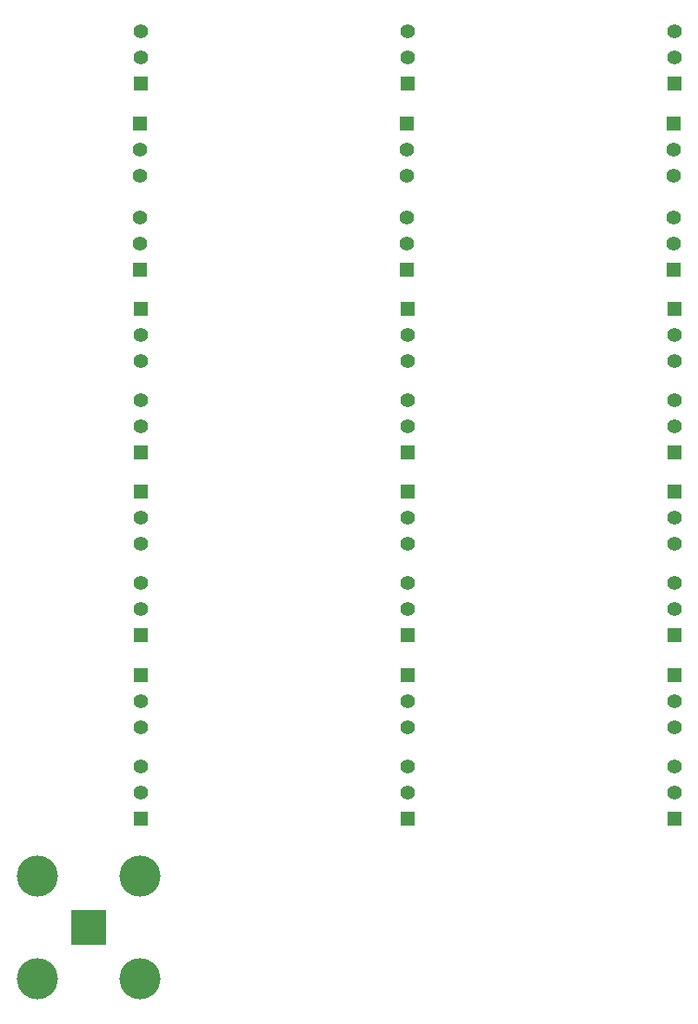
<source format=gbr>
%TF.GenerationSoftware,KiCad,Pcbnew,(6.0.8-1)-1*%
%TF.CreationDate,2023-04-06T11:00:11-04:00*%
%TF.ProjectId,Untitled,556e7469-746c-4656-942e-6b696361645f,rev?*%
%TF.SameCoordinates,Original*%
%TF.FileFunction,Soldermask,Bot*%
%TF.FilePolarity,Negative*%
%FSLAX46Y46*%
G04 Gerber Fmt 4.6, Leading zero omitted, Abs format (unit mm)*
G04 Created by KiCad (PCBNEW (6.0.8-1)-1) date 2023-04-06 11:00:11*
%MOMM*%
%LPD*%
G01*
G04 APERTURE LIST*
%ADD10R,1.397000X1.397000*%
%ADD11C,1.397000*%
%ADD12R,3.500000X3.500000*%
%ADD13C,4.000000*%
G04 APERTURE END LIST*
D10*
%TO.C,REF\u002A\u002A*%
X7200000Y-59200000D03*
D11*
X7200000Y-56660000D03*
X7200000Y-54120000D03*
%TD*%
D10*
%TO.C,REF\u002A\u002A*%
X7250100Y-76987500D03*
D11*
X7250100Y-74447500D03*
X7250100Y-71907500D03*
%TD*%
D10*
%TO.C,REF\u002A\u002A*%
X7250100Y-112587500D03*
D11*
X7250100Y-110047500D03*
X7250100Y-107507500D03*
%TD*%
D10*
%TO.C,REF\u002A\u002A*%
X7250100Y-98612500D03*
D11*
X7250100Y-101152500D03*
X7250100Y-103692500D03*
%TD*%
D10*
%TO.C,REF\u002A\u002A*%
X7200000Y-45000000D03*
D11*
X7200000Y-47540000D03*
X7200000Y-50080000D03*
%TD*%
D10*
%TO.C,REF\u002A\u002A*%
X7250100Y-94787500D03*
D11*
X7250100Y-92247500D03*
X7250100Y-89707500D03*
%TD*%
D10*
%TO.C,REF\u002A\u002A*%
X7250100Y-41100000D03*
D11*
X7250100Y-38560000D03*
X7250100Y-36020000D03*
%TD*%
D10*
%TO.C,REF\u002A\u002A*%
X7250100Y-63012500D03*
D11*
X7250100Y-65552500D03*
X7250100Y-68092500D03*
%TD*%
D10*
%TO.C,REF\u002A\u002A*%
X7250100Y-80812500D03*
D11*
X7250100Y-83352500D03*
X7250100Y-85892500D03*
%TD*%
D10*
%TO.C,REF\u002A\u002A*%
X33250100Y-76987500D03*
D11*
X33250100Y-74447500D03*
X33250100Y-71907500D03*
%TD*%
D10*
%TO.C,REF\u002A\u002A*%
X33200000Y-59200000D03*
D11*
X33200000Y-56660000D03*
X33200000Y-54120000D03*
%TD*%
D10*
%TO.C,REF\u002A\u002A*%
X33250100Y-112587500D03*
D11*
X33250100Y-110047500D03*
X33250100Y-107507500D03*
%TD*%
D10*
%TO.C,REF\u002A\u002A*%
X33250100Y-63012500D03*
D11*
X33250100Y-65552500D03*
X33250100Y-68092500D03*
%TD*%
D10*
%TO.C,REF\u002A\u002A*%
X33250100Y-98612500D03*
D11*
X33250100Y-101152500D03*
X33250100Y-103692500D03*
%TD*%
D10*
%TO.C,REF\u002A\u002A*%
X33200000Y-45000000D03*
D11*
X33200000Y-47540000D03*
X33200000Y-50080000D03*
%TD*%
D10*
%TO.C,REF\u002A\u002A*%
X33250100Y-41100000D03*
D11*
X33250100Y-38560000D03*
X33250100Y-36020000D03*
%TD*%
D10*
%TO.C,REF\u002A\u002A*%
X33250100Y-80812500D03*
D11*
X33250100Y-83352500D03*
X33250100Y-85892500D03*
%TD*%
D10*
%TO.C,REF\u002A\u002A*%
X33250100Y-94787500D03*
D11*
X33250100Y-92247500D03*
X33250100Y-89707500D03*
%TD*%
D10*
%TO.C,REF\u002A\u002A*%
X59200000Y-59200000D03*
D11*
X59200000Y-56660000D03*
X59200000Y-54120000D03*
%TD*%
D12*
%TO.C,LEDs*%
X2200000Y-123200000D03*
D13*
X-2825000Y-118175000D03*
X-2825000Y-128225000D03*
X7225000Y-128225000D03*
X7225000Y-118175000D03*
%TD*%
D10*
%TO.C,REF\u002A\u002A*%
X59250100Y-41100000D03*
D11*
X59250100Y-38560000D03*
X59250100Y-36020000D03*
%TD*%
D10*
%TO.C,REF\u002A\u002A*%
X59250100Y-76987500D03*
D11*
X59250100Y-74447500D03*
X59250100Y-71907500D03*
%TD*%
D10*
%TO.C,REF\u002A\u002A*%
X59250100Y-94787500D03*
D11*
X59250100Y-92247500D03*
X59250100Y-89707500D03*
%TD*%
D10*
%TO.C,REF\u002A\u002A*%
X59250100Y-112587500D03*
D11*
X59250100Y-110047500D03*
X59250100Y-107507500D03*
%TD*%
D10*
%TO.C,REF\u002A\u002A*%
X59250100Y-80812500D03*
D11*
X59250100Y-83352500D03*
X59250100Y-85892500D03*
%TD*%
D10*
%TO.C,REF\u002A\u002A*%
X59200000Y-45000000D03*
D11*
X59200000Y-47540000D03*
X59200000Y-50080000D03*
%TD*%
D10*
%TO.C,REF\u002A\u002A*%
X59250100Y-98612500D03*
D11*
X59250100Y-101152500D03*
X59250100Y-103692500D03*
%TD*%
D10*
%TO.C,REF\u002A\u002A*%
X59250100Y-63012500D03*
D11*
X59250100Y-65552500D03*
X59250100Y-68092500D03*
%TD*%
M02*

</source>
